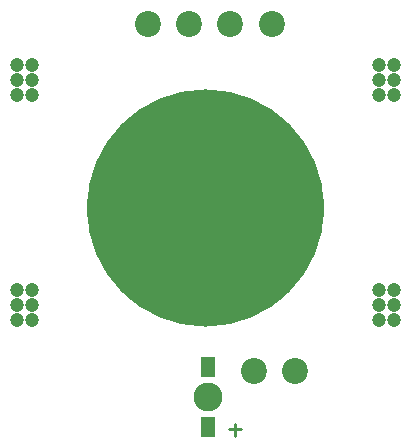
<source format=gbs>
G04*
G04 #@! TF.GenerationSoftware,Altium Limited,Altium Designer,20.1.8 (145)*
G04*
G04 Layer_Color=16711935*
%FSTAX43Y43*%
%MOMM*%
G71*
G04*
G04 #@! TF.SameCoordinates,F7034590-6C5F-481A-A840-7F1FF93F9C38*
G04*
G04*
G04 #@! TF.FilePolarity,Negative*
G04*
G01*
G75*
%ADD14C,1.200*%
%ADD15C,2.450*%
%ADD16C,2.200*%
%ADD24C,0.000*%
%ADD25C,0.250*%
%ADD26R,1.200X1.700*%
G36*
X0095449Y0097554D02*
Y0097063D01*
X0095545Y0096085D01*
X0095737Y0095121D01*
X0096022Y0094181D01*
X0096398Y0093273D01*
X0096861Y0092407D01*
X0097407Y009159D01*
X0098031Y009083D01*
X0098725Y0090136D01*
X0099485Y0089512D01*
X0100302Y0088966D01*
X0101168Y0088503D01*
X0102076Y0088127D01*
X0103016Y0087842D01*
X010398Y008765D01*
X0104958Y0087554D01*
X0105449D01*
X010594D01*
X0106918Y008765D01*
X0107882Y0087842D01*
X0108822Y0088127D01*
X010973Y0088503D01*
X0110596Y0088966D01*
X0111413Y0089512D01*
X0112173Y0090136D01*
X0112867Y009083D01*
X0113491Y009159D01*
X0114037Y0092407D01*
X01145Y0093273D01*
X0114876Y0094181D01*
X0115161Y0095121D01*
X0115353Y0096085D01*
X0115449Y0097063D01*
Y0097554D01*
Y0098045D01*
X0115353Y0099023D01*
X0115161Y0099987D01*
X0114876Y0100927D01*
X01145Y0101835D01*
X0114037Y0102701D01*
X0113491Y0103518D01*
X0112867Y0104278D01*
X0112173Y0104972D01*
X0111413Y0105596D01*
X0110596Y0106142D01*
X010973Y0106605D01*
X0108822Y0106981D01*
X0107882Y0107266D01*
X0106918Y0107458D01*
X010594Y0107554D01*
X0105449D01*
X0104958D01*
X010398Y0107458D01*
X0103016Y0107266D01*
X0102076Y0106981D01*
X0101168Y0106605D01*
X0100302Y0106142D01*
X0099485Y0105596D01*
X0098725Y0104972D01*
X0098031Y0104278D01*
X0097407Y0103518D01*
X0096861Y0102701D01*
X0096398Y0101835D01*
X0096022Y0100927D01*
X0095737Y0099987D01*
X0095545Y0099023D01*
X0095449Y0098045D01*
Y0097554D01*
D01*
D02*
G37*
D14*
X0089479Y0109648D02*
D03*
X0090749D02*
D03*
X0089479Y0108378D02*
D03*
X0090749D02*
D03*
X0089479Y0107108D02*
D03*
X0090749D02*
D03*
X0120149Y0090648D02*
D03*
X0121419D02*
D03*
X0120149Y0089378D02*
D03*
X0121419D02*
D03*
X0120149Y0088108D02*
D03*
X0121419D02*
D03*
Y0107108D02*
D03*
X0120149D02*
D03*
X0121419Y0108378D02*
D03*
X0120149D02*
D03*
X0121419Y0109648D02*
D03*
X0120149D02*
D03*
X0090749Y0088108D02*
D03*
X0089479D02*
D03*
X0090749Y0089378D02*
D03*
X0089479D02*
D03*
X0090749Y0090648D02*
D03*
X0089479D02*
D03*
D15*
X0105649Y0081554D02*
D03*
D16*
X0100549Y0113154D02*
D03*
X0104049D02*
D03*
X0107549D02*
D03*
X0111049D02*
D03*
X0109549Y0083754D02*
D03*
X0113049D02*
D03*
D24*
X0115449Y0097554D02*
G03*
X0115449Y0097554I-001J0D01*
G01*
D25*
X0107959Y0078262D02*
Y0079262D01*
X0107449Y0078804D02*
X0108449D01*
D26*
X0105649Y0079029D02*
D03*
X0105649Y0084079D02*
D03*
M02*

</source>
